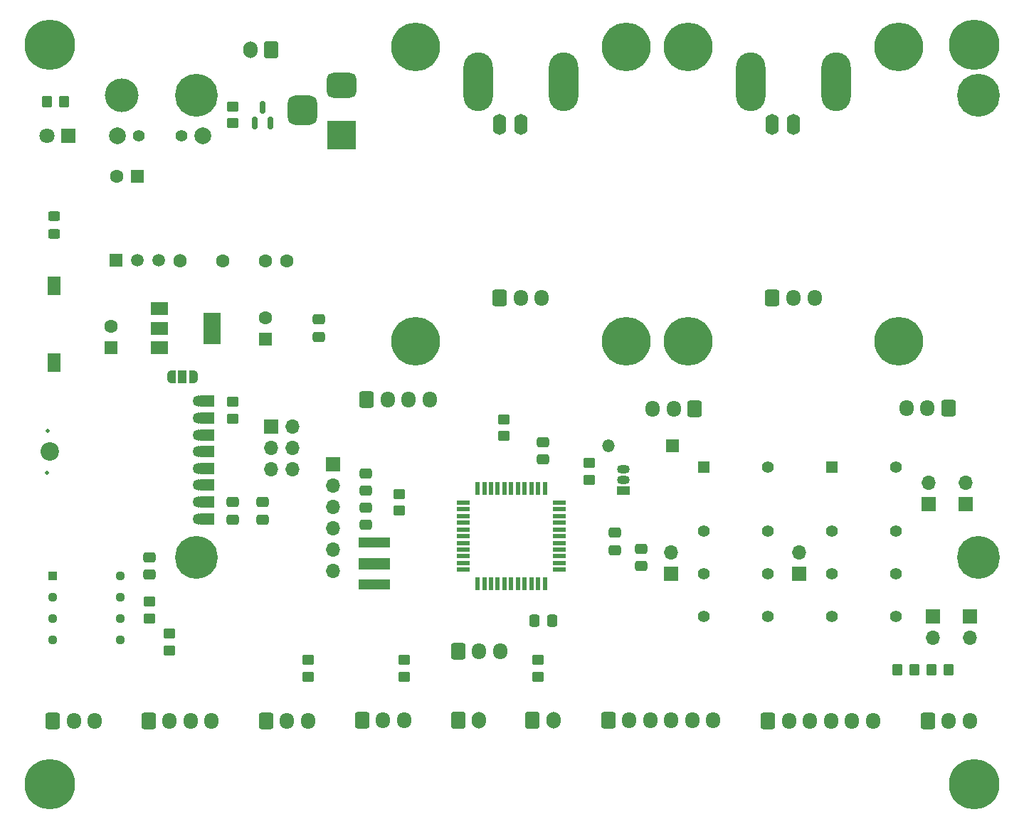
<source format=gts>
G04 #@! TF.GenerationSoftware,KiCad,Pcbnew,(6.0.8)*
G04 #@! TF.CreationDate,2023-01-21T21:03:47+01:00*
G04 #@! TF.ProjectId,HB-UNI-SEN-POOL_2023_05,48422d55-4e49-42d5-9345-4e2d504f4f4c,rev?*
G04 #@! TF.SameCoordinates,Original*
G04 #@! TF.FileFunction,Soldermask,Top*
G04 #@! TF.FilePolarity,Negative*
%FSLAX46Y46*%
G04 Gerber Fmt 4.6, Leading zero omitted, Abs format (unit mm)*
G04 Created by KiCad (PCBNEW (6.0.8)) date 2023-01-21 21:03:47*
%MOMM*%
%LPD*%
G01*
G04 APERTURE LIST*
G04 Aperture macros list*
%AMRoundRect*
0 Rectangle with rounded corners*
0 $1 Rounding radius*
0 $2 $3 $4 $5 $6 $7 $8 $9 X,Y pos of 4 corners*
0 Add a 4 corners polygon primitive as box body*
4,1,4,$2,$3,$4,$5,$6,$7,$8,$9,$2,$3,0*
0 Add four circle primitives for the rounded corners*
1,1,$1+$1,$2,$3*
1,1,$1+$1,$4,$5*
1,1,$1+$1,$6,$7*
1,1,$1+$1,$8,$9*
0 Add four rect primitives between the rounded corners*
20,1,$1+$1,$2,$3,$4,$5,0*
20,1,$1+$1,$4,$5,$6,$7,0*
20,1,$1+$1,$6,$7,$8,$9,0*
20,1,$1+$1,$8,$9,$2,$3,0*%
%AMFreePoly0*
4,1,22,0.550000,-0.750000,0.000000,-0.750000,0.000000,-0.745033,-0.079941,-0.743568,-0.215256,-0.701293,-0.333266,-0.622738,-0.424486,-0.514219,-0.481581,-0.384460,-0.499164,-0.250000,-0.500000,-0.250000,-0.500000,0.250000,-0.499164,0.250000,-0.499963,0.256109,-0.478152,0.396186,-0.417904,0.524511,-0.324060,0.630769,-0.204165,0.706417,-0.067858,0.745374,0.000000,0.744959,0.000000,0.750000,
0.550000,0.750000,0.550000,-0.750000,0.550000,-0.750000,$1*%
%AMFreePoly1*
4,1,20,0.000000,0.744959,0.073905,0.744508,0.209726,0.703889,0.328688,0.626782,0.421226,0.519385,0.479903,0.390333,0.500000,0.250000,0.500000,-0.250000,0.499851,-0.262216,0.476331,-0.402017,0.414519,-0.529596,0.319384,-0.634700,0.198574,-0.708877,0.061801,-0.746166,0.000000,-0.745033,0.000000,-0.750000,-0.550000,-0.750000,-0.550000,0.750000,0.000000,0.750000,0.000000,0.744959,
0.000000,0.744959,$1*%
G04 Aperture macros list end*
%ADD10RoundRect,0.250000X0.450000X-0.350000X0.450000X0.350000X-0.450000X0.350000X-0.450000X-0.350000X0*%
%ADD11RoundRect,0.250000X0.475000X-0.337500X0.475000X0.337500X-0.475000X0.337500X-0.475000X-0.337500X0*%
%ADD12R,2.000000X1.500000*%
%ADD13R,2.000000X3.800000*%
%ADD14RoundRect,0.250000X-0.600000X-0.725000X0.600000X-0.725000X0.600000X0.725000X-0.600000X0.725000X0*%
%ADD15O,1.700000X1.950000*%
%ADD16RoundRect,0.250000X0.450000X-0.325000X0.450000X0.325000X-0.450000X0.325000X-0.450000X-0.325000X0*%
%ADD17RoundRect,0.250000X0.350000X0.450000X-0.350000X0.450000X-0.350000X-0.450000X0.350000X-0.450000X0*%
%ADD18RoundRect,0.250000X0.600000X0.725000X-0.600000X0.725000X-0.600000X-0.725000X0.600000X-0.725000X0*%
%ADD19RoundRect,0.250000X-0.475000X0.337500X-0.475000X-0.337500X0.475000X-0.337500X0.475000X0.337500X0*%
%ADD20R,1.700000X1.700000*%
%ADD21O,1.700000X1.700000*%
%ADD22RoundRect,0.250000X-0.600000X-0.750000X0.600000X-0.750000X0.600000X0.750000X-0.600000X0.750000X0*%
%ADD23O,1.700000X2.000000*%
%ADD24C,5.100000*%
%ADD25RoundRect,0.250000X-0.337500X-0.475000X0.337500X-0.475000X0.337500X0.475000X-0.337500X0.475000X0*%
%ADD26C,1.600000*%
%ADD27R,1.500000X1.500000*%
%ADD28C,1.500000*%
%ADD29RoundRect,0.250000X0.600000X0.750000X-0.600000X0.750000X-0.600000X-0.750000X0.600000X-0.750000X0*%
%ADD30RoundRect,0.150000X0.150000X-0.587500X0.150000X0.587500X-0.150000X0.587500X-0.150000X-0.587500X0*%
%ADD31RoundRect,0.250000X-0.450000X0.350000X-0.450000X-0.350000X0.450000X-0.350000X0.450000X0.350000X0*%
%ADD32C,6.000000*%
%ADD33C,3.500000*%
%ADD34R,3.500000X3.500000*%
%ADD35RoundRect,0.750000X-1.000000X0.750000X-1.000000X-0.750000X1.000000X-0.750000X1.000000X0.750000X0*%
%ADD36RoundRect,0.875000X-0.875000X0.875000X-0.875000X-0.875000X0.875000X-0.875000X0.875000X0.875000X0*%
%ADD37R,1.600000X1.600000*%
%ADD38R,1.500000X1.050000*%
%ADD39O,1.500000X1.050000*%
%ADD40R,1.400000X1.400000*%
%ADD41C,1.400000*%
%ADD42O,1.500000X1.500000*%
%ADD43R,1.800000X1.800000*%
%ADD44C,1.800000*%
%ADD45R,1.500000X0.550000*%
%ADD46R,0.550000X1.500000*%
%ADD47C,5.800000*%
%ADD48O,3.500000X7.000000*%
%ADD49O,1.600000X2.500000*%
%ADD50R,1.600000X2.180000*%
%ADD51C,4.000000*%
%ADD52C,2.000000*%
%ADD53C,1.350000*%
%ADD54R,1.800000X1.350000*%
%ADD55C,2.200000*%
%ADD56C,0.500000*%
%ADD57R,1.130000X1.130000*%
%ADD58C,1.130000*%
%ADD59R,3.800000X1.200000*%
%ADD60R,3.800000X1.400000*%
%ADD61FreePoly0,180.000000*%
%ADD62R,1.000000X1.500000*%
%ADD63FreePoly1,180.000000*%
G04 APERTURE END LIST*
D10*
X83165000Y-114880800D03*
X83165000Y-112880800D03*
D11*
X111125000Y-89003800D03*
X111125000Y-86928800D03*
D12*
X65430000Y-71061300D03*
D13*
X71730000Y-73361300D03*
D12*
X65430000Y-73361300D03*
X65430000Y-75661300D03*
D14*
X89575000Y-120080300D03*
D15*
X92075000Y-120080300D03*
X94575000Y-120080300D03*
D16*
X52959000Y-62099300D03*
X52959000Y-60049300D03*
D17*
X155278000Y-114001300D03*
X153278000Y-114001300D03*
D18*
X129159000Y-82918300D03*
D15*
X126659000Y-82918300D03*
X124159000Y-82918300D03*
D19*
X119634000Y-97723800D03*
X119634000Y-99798800D03*
D20*
X161925000Y-107651300D03*
D21*
X161925000Y-110191300D03*
D22*
X109855000Y-120080300D03*
D23*
X112355000Y-120080300D03*
D24*
X162895000Y-100646300D03*
X162895000Y-100646300D03*
D25*
X110087500Y-108159300D03*
X112162500Y-108159300D03*
D10*
X94615000Y-114874300D03*
X94615000Y-112874300D03*
D26*
X80645000Y-65332300D03*
X78105000Y-65332300D03*
X73025000Y-65332300D03*
X67945000Y-65332300D03*
D27*
X60330000Y-65301300D03*
D28*
X62870000Y-65301300D03*
X65410000Y-65301300D03*
X67950000Y-65301300D03*
D20*
X157480000Y-107651300D03*
D21*
X157480000Y-110191300D03*
D24*
X69895000Y-100646300D03*
X69895000Y-100646300D03*
D20*
X161417000Y-94321300D03*
D21*
X161417000Y-91781300D03*
D29*
X78780000Y-40231300D03*
D23*
X76280000Y-40231300D03*
D10*
X106426000Y-86204300D03*
X106426000Y-84204300D03*
D14*
X90103000Y-81885300D03*
D15*
X92603000Y-81885300D03*
X95103000Y-81885300D03*
X97603000Y-81885300D03*
D14*
X137868000Y-120097300D03*
D15*
X140368000Y-120097300D03*
X142868000Y-120097300D03*
X145368000Y-120097300D03*
X147868000Y-120097300D03*
X150368000Y-120097300D03*
D10*
X116586000Y-91411300D03*
X116586000Y-89411300D03*
D30*
X76774000Y-48898800D03*
X78674000Y-48898800D03*
X77724000Y-47023800D03*
D20*
X86131000Y-89547300D03*
D21*
X86131000Y-92087300D03*
X86131000Y-94627300D03*
X86131000Y-97167300D03*
X86131000Y-99707300D03*
X86131000Y-102247300D03*
D31*
X66655000Y-109705800D03*
X66655000Y-111705800D03*
D24*
X69895000Y-45646300D03*
X69895000Y-45646300D03*
D19*
X74168000Y-94051300D03*
X74168000Y-96126300D03*
D32*
X162395000Y-127646300D03*
X162395000Y-127646300D03*
D33*
X162395000Y-127646300D03*
D31*
X74168000Y-82146300D03*
X74168000Y-84146300D03*
D10*
X74145000Y-48961300D03*
X74145000Y-46961300D03*
D34*
X87145000Y-50396300D03*
D35*
X87145000Y-44396300D03*
D36*
X82445000Y-47396300D03*
D17*
X159342000Y-114001300D03*
X157342000Y-114001300D03*
X54086000Y-46342300D03*
X52086000Y-46342300D03*
D37*
X62865000Y-55266300D03*
D26*
X60365000Y-55266300D03*
D22*
X100985000Y-120080300D03*
D23*
X103485000Y-120080300D03*
D32*
X52395000Y-39646300D03*
D33*
X52395000Y-39646300D03*
D32*
X52395000Y-39646300D03*
D38*
X120650000Y-92697300D03*
D39*
X120650000Y-91427300D03*
X120650000Y-90157300D03*
D20*
X141605000Y-102571300D03*
D21*
X141605000Y-100031300D03*
D40*
X145462500Y-89908800D03*
D41*
X145462500Y-97528800D03*
X145462500Y-102608800D03*
X145462500Y-107688800D03*
X153082500Y-107688800D03*
X153082500Y-102608800D03*
X153082500Y-97528800D03*
X153082500Y-89908800D03*
D19*
X90043000Y-90643800D03*
X90043000Y-92718800D03*
D14*
X118845000Y-120080300D03*
D15*
X121345000Y-120080300D03*
X123845000Y-120080300D03*
X126345000Y-120080300D03*
X128845000Y-120080300D03*
X131345000Y-120080300D03*
D31*
X64242000Y-105895800D03*
X64242000Y-107895800D03*
D14*
X78125000Y-120086800D03*
D15*
X80625000Y-120086800D03*
X83125000Y-120086800D03*
D27*
X126497000Y-87363300D03*
D42*
X118877000Y-87363300D03*
D14*
X52765000Y-120086800D03*
D15*
X55265000Y-120086800D03*
X57765000Y-120086800D03*
D18*
X159345000Y-82886300D03*
D15*
X156845000Y-82886300D03*
X154345000Y-82886300D03*
D19*
X77724000Y-94051300D03*
X77724000Y-96126300D03*
D14*
X101005000Y-111825300D03*
D15*
X103505000Y-111825300D03*
X106005000Y-111825300D03*
D14*
X64175000Y-120086800D03*
D15*
X66675000Y-120086800D03*
X69175000Y-120086800D03*
X71675000Y-120086800D03*
D43*
X54615000Y-50406300D03*
D44*
X52075000Y-50406300D03*
D45*
X101615000Y-94126300D03*
X101615000Y-94926300D03*
X101615000Y-95726300D03*
X101615000Y-96526300D03*
X101615000Y-97326300D03*
X101615000Y-98126300D03*
X101615000Y-98926300D03*
X101615000Y-99726300D03*
X101615000Y-100526300D03*
X101615000Y-101326300D03*
X101615000Y-102126300D03*
D46*
X103315000Y-103826300D03*
X104115000Y-103826300D03*
X104915000Y-103826300D03*
X105715000Y-103826300D03*
X106515000Y-103826300D03*
X107315000Y-103826300D03*
X108115000Y-103826300D03*
X108915000Y-103826300D03*
X109715000Y-103826300D03*
X110515000Y-103826300D03*
X111315000Y-103826300D03*
D45*
X113015000Y-102126300D03*
X113015000Y-101326300D03*
X113015000Y-100526300D03*
X113015000Y-99726300D03*
X113015000Y-98926300D03*
X113015000Y-98126300D03*
X113015000Y-97326300D03*
X113015000Y-96526300D03*
X113015000Y-95726300D03*
X113015000Y-94926300D03*
X113015000Y-94126300D03*
D46*
X111315000Y-92426300D03*
X110515000Y-92426300D03*
X109715000Y-92426300D03*
X108915000Y-92426300D03*
X108115000Y-92426300D03*
X107315000Y-92426300D03*
X106515000Y-92426300D03*
X105715000Y-92426300D03*
X104915000Y-92426300D03*
X104115000Y-92426300D03*
X103315000Y-92426300D03*
D31*
X110490000Y-112874300D03*
X110490000Y-114874300D03*
D32*
X52395000Y-127646300D03*
D33*
X52395000Y-127646300D03*
D32*
X52395000Y-127646300D03*
D19*
X90043000Y-94707800D03*
X90043000Y-96782800D03*
X64242000Y-100651300D03*
X64242000Y-102726300D03*
D47*
X128395000Y-74882800D03*
X153395000Y-74882800D03*
D48*
X145975000Y-44002800D03*
D47*
X128395000Y-39882800D03*
D48*
X135815000Y-44002800D03*
D47*
X153395000Y-39882800D03*
D14*
X138395000Y-69782800D03*
D15*
X140895000Y-69782800D03*
X143395000Y-69782800D03*
D49*
X140895000Y-49082800D03*
X138355000Y-49082800D03*
D10*
X93980000Y-95094300D03*
X93980000Y-93094300D03*
D14*
X156858000Y-120097300D03*
D15*
X159358000Y-120097300D03*
X161858000Y-120097300D03*
D50*
X52959000Y-77475300D03*
X52959000Y-68295300D03*
D11*
X84455000Y-74398800D03*
X84455000Y-72323800D03*
D24*
X162895000Y-45646300D03*
X162895000Y-45646300D03*
D11*
X122809000Y-101703800D03*
X122809000Y-99628800D03*
D20*
X78730800Y-85064500D03*
D21*
X81270800Y-85064500D03*
X78730800Y-87604500D03*
X81270800Y-87604500D03*
X78730800Y-90144500D03*
X81270800Y-90144500D03*
D37*
X59690000Y-75647300D03*
D26*
X59690000Y-73147300D03*
D51*
X61008500Y-45615100D03*
D52*
X70588500Y-50425100D03*
D41*
X68048500Y-50425100D03*
X62968500Y-50425100D03*
D52*
X60428500Y-50425100D03*
D32*
X162395000Y-39646300D03*
D33*
X162395000Y-39646300D03*
D32*
X162395000Y-39646300D03*
D47*
X95958000Y-39882800D03*
X120958000Y-39882800D03*
X95958000Y-74882800D03*
D48*
X113538000Y-44002800D03*
X103378000Y-44002800D03*
D47*
X120958000Y-74882800D03*
D14*
X105958000Y-69782800D03*
D15*
X108458000Y-69782800D03*
X110958000Y-69782800D03*
D49*
X108458000Y-49082800D03*
X105918000Y-49082800D03*
D40*
X130222500Y-89908800D03*
D41*
X130222500Y-97528800D03*
X130222500Y-102608800D03*
X130222500Y-107688800D03*
X137842500Y-107688800D03*
X137842500Y-102608800D03*
X137842500Y-97528800D03*
X137842500Y-89908800D03*
D53*
X70138500Y-96058800D03*
D54*
X71138500Y-96058800D03*
D53*
X70138500Y-94058800D03*
D54*
X71138500Y-94058800D03*
D53*
X70138500Y-92058800D03*
D54*
X71138500Y-92058800D03*
D53*
X70138500Y-90058800D03*
D54*
X71138500Y-90058800D03*
D53*
X70138500Y-88058800D03*
D54*
X71138500Y-88058800D03*
D53*
X70138500Y-86058800D03*
D54*
X71138500Y-86058800D03*
D53*
X70138500Y-84058800D03*
D54*
X71138500Y-84058800D03*
X71138500Y-82058800D03*
D53*
X70138500Y-82058800D03*
D55*
X52394700Y-88059200D03*
D56*
X52115300Y-90548400D03*
X52166100Y-85570000D03*
D57*
X52737000Y-102831800D03*
D58*
X52737000Y-105371800D03*
X52737000Y-107911800D03*
X52737000Y-110451800D03*
X60761000Y-110451800D03*
X60761000Y-107911800D03*
X60761000Y-105371800D03*
X60761000Y-102831800D03*
D37*
X78105000Y-74631300D03*
D26*
X78105000Y-72131300D03*
D59*
X91059000Y-103902900D03*
D60*
X91059000Y-101402900D03*
D59*
X91059000Y-98902900D03*
D20*
X126365000Y-102571300D03*
D21*
X126365000Y-100031300D03*
D61*
X69499000Y-79108300D03*
D62*
X68199000Y-79108300D03*
D63*
X66899000Y-79108300D03*
D20*
X156972000Y-94326300D03*
D21*
X156972000Y-91786300D03*
M02*

</source>
